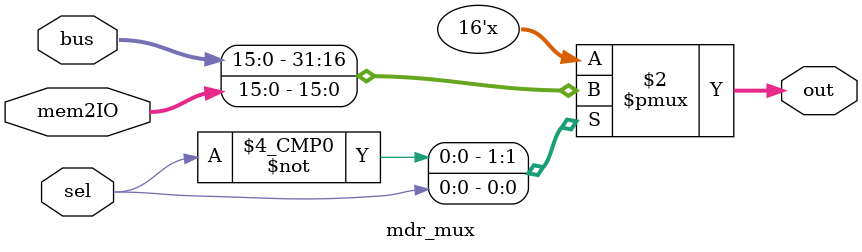
<source format=sv>
module pc_mux
(	input logic [1:0] sel,
	input logic [15:0] curr_pc, bus, adder,
	output logic [15:0] out
	);
	always_comb
		begin
			case (sel)
				2'b00:
					out= curr_pc + 1'b1;
				2'b01:
					out = bus;
				2'b10:
					out = adder;
				default:
					out = 16'bxxxxxxxxxxxxxxxx;
			endcase
		end
				

endmodule

module bus_mux (
	input logic gate_PC, gate_MDR, gate_ALU, gate_MARMUX,
	input logic [15:0] PC, MDR, ALU, MARMUX,
	output logic [15:0] out );
	logic [3:0] sel;
	always_comb
		begin
		sel = {gate_PC, gate_MDR, gate_ALU, gate_MARMUX};
			case (sel)
				4'b1000:
					out= PC;
				4'b0100:
					out = MDR;
				4'b0010:
					out = ALU;
				4'b0001:
					out = MARMUX;
				default:
					out = 16'bxxxxxxxxxxxxxxxx;
			endcase
		end
endmodule

module dr_mux(
	input logic sel,
	input logic [2:0] IR11_9,
	output logic [2:0] out);
	always_comb
		begin
			case(sel)
				1'b0:
					out = IR11_9;
				1'b1:
					out = 3'b111;
			endcase
		end
endmodule

module adr1_mux(
	input logic sel,
	input logic [15:0] PC, SR1_out,
	output logic [15:0] out);
	always_comb
		begin
			case(sel)
				1'b0:
					out = PC;
				1'b1:
					out = SR1_out;
			endcase
		end
endmodule


module adr2_mux(
	input logic [1:0] sel,
	input logic [15:0] SEXT10_0,
	input logic [15:0] SEXT8_0,
	input logic [15:0] SEXT5_0, 
	output logic [15:0] out);
	always_comb
		begin
			case(sel)
				2'b00:
					out = SEXT10_0;
				2'b01:
					out = SEXT8_0;
				2'b10:
					out = SEXT5_0;
				2'b11:
					out = 16'h0000;
			endcase
		end
endmodule

module sr1_mux (
	input logic sel,
	input logic [2:0] IR11_9, IR8_6,
	output logic [2:0] out);
	always_comb
		begin
			case(sel)
				1'b0:
					out = IR11_9;
				1'b1:
					out = IR8_6;
			endcase
		end
endmodule

module sr2_mux (
	input logic sel,
	input logic [15:0] SR2_out, SEXT4_0,
	output logic [15:0] out);
	always_comb
		begin
			case(sel)
				1'b0:
					out = SR2_out;
				1'b1:
					out = SEXT4_0;
			endcase
		end
endmodule

module mdr_mux (
	input logic sel,
	input logic [15:0] bus, mem2IO,
	output logic [15:0] out);
	always_comb
		begin
			case(sel)
				1'b0:
					out = bus;
				1'b1:
					out = mem2IO;
			endcase
		end
endmodule
	
</source>
